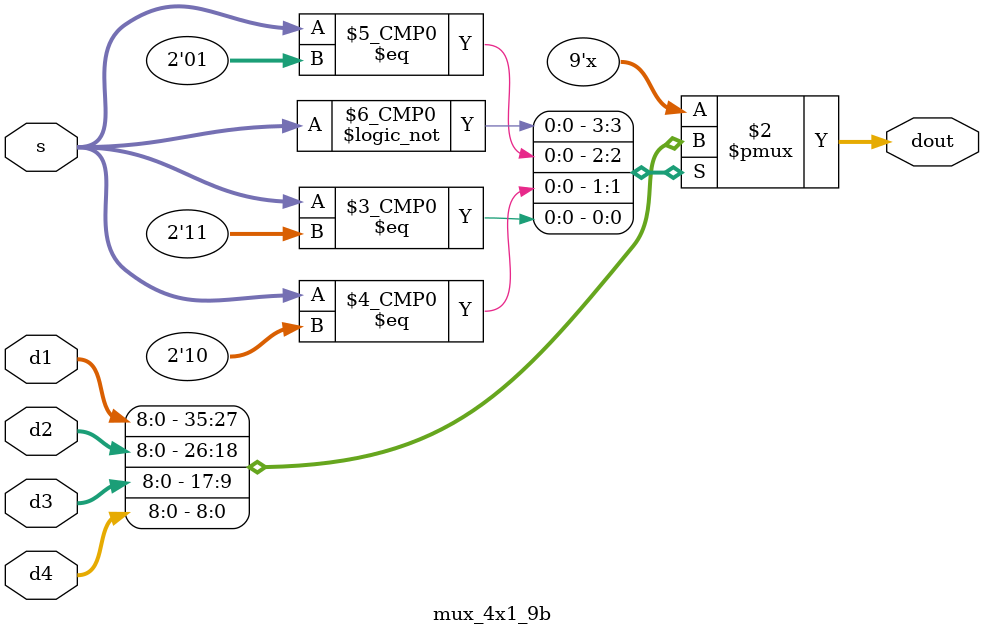
<source format=v>
module mux_4x1_9b(dout,d1,d2,d3,d4,s);
	output reg [8:0] dout;
	input [8:0] d1,d2,d3,d4;
	input [1:0] s;
	always @(*)
		begin
			case (s)
				2'b00: dout<=d1;
				2'b01: dout<=d2;
				2'b10: dout<=d3;
				2'b11: dout<=d4;
				default: dout<=4'd0;
			endcase
		end
endmodule
</source>
